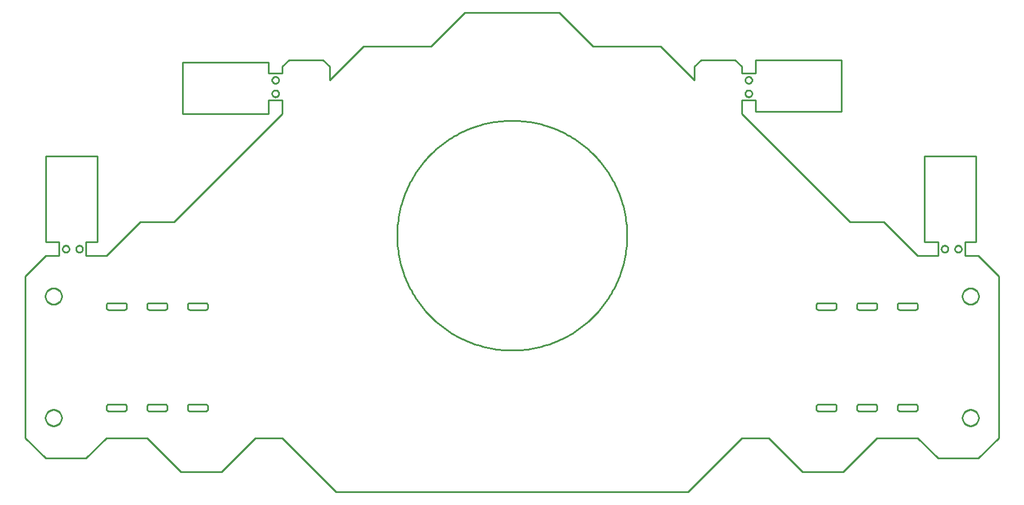
<source format=gbr>
G04 EAGLE Gerber RS-274X export*
G75*
%MOMM*%
%FSLAX34Y34*%
%LPD*%
%IN*%
%IPPOS*%
%AMOC8*
5,1,8,0,0,1.08239X$1,22.5*%
G01*
%ADD10C,0.254000*%


D10*
X-720000Y-300000D02*
X-690000Y-330000D01*
X-630000Y-330000D01*
X-600000Y-300000D01*
X-540000Y-300000D01*
X-490000Y-350000D01*
X-430000Y-350000D01*
X-380000Y-300000D01*
X-340000Y-300000D01*
X-260000Y-380000D01*
X260000Y-380000D01*
X340000Y-300000D01*
X380000Y-300000D01*
X430000Y-350000D01*
X490000Y-350000D01*
X540000Y-300000D01*
X600000Y-300000D01*
X630000Y-330000D01*
X690000Y-330000D01*
X720000Y-300000D01*
X720000Y-60000D01*
X690000Y-30000D01*
X670000Y-30000D01*
X670000Y-10000D01*
X686200Y-10000D01*
X686200Y117000D01*
X610000Y117000D01*
X610000Y-10000D01*
X630000Y-10000D01*
X630000Y-30000D01*
X600000Y-30000D01*
X550000Y20000D01*
X500000Y20000D01*
X340000Y180000D01*
X340000Y200000D01*
X360000Y200000D01*
X360000Y183800D01*
X487000Y183800D01*
X487000Y260000D01*
X360000Y260000D01*
X360000Y240000D01*
X340000Y240000D01*
X340000Y250000D01*
X330000Y260000D01*
X280000Y260000D01*
X270000Y250000D01*
X270000Y230000D01*
X220000Y280000D01*
X120000Y280000D01*
X70000Y330000D01*
X-70000Y330000D01*
X-120000Y280000D01*
X-220000Y280000D01*
X-270000Y230000D01*
X-270000Y250000D01*
X-280000Y260000D01*
X-330000Y260000D01*
X-340000Y250000D01*
X-340000Y240000D01*
X-360000Y240000D01*
X-360000Y256200D01*
X-487000Y256200D01*
X-487000Y180000D01*
X-360000Y180000D01*
X-360000Y200000D01*
X-340000Y200000D01*
X-340000Y180000D01*
X-500000Y20000D01*
X-550000Y20000D01*
X-600000Y-30000D01*
X-630000Y-30000D01*
X-630000Y-10000D01*
X-613800Y-10000D01*
X-613800Y117000D01*
X-690000Y117000D01*
X-690000Y-10000D01*
X-670000Y-10000D01*
X-670000Y-30000D01*
X-690000Y-30000D01*
X-720000Y-60000D01*
X-720000Y-300000D01*
X510000Y-256825D02*
X510012Y-257102D01*
X510048Y-257376D01*
X510108Y-257647D01*
X510191Y-257911D01*
X510297Y-258167D01*
X510425Y-258413D01*
X510574Y-258646D01*
X510743Y-258866D01*
X510930Y-259070D01*
X511134Y-259257D01*
X511354Y-259426D01*
X511588Y-259575D01*
X511833Y-259703D01*
X512089Y-259809D01*
X512353Y-259892D01*
X512624Y-259952D01*
X512898Y-259988D01*
X513175Y-260000D01*
X536825Y-260000D01*
X537102Y-259988D01*
X537376Y-259952D01*
X537647Y-259892D01*
X537911Y-259809D01*
X538167Y-259703D01*
X538413Y-259575D01*
X538646Y-259426D01*
X538866Y-259257D01*
X539070Y-259070D01*
X539257Y-258866D01*
X539426Y-258646D01*
X539575Y-258413D01*
X539703Y-258167D01*
X539809Y-257911D01*
X539892Y-257647D01*
X539952Y-257376D01*
X539988Y-257102D01*
X540000Y-256825D01*
X540000Y-253175D01*
X539988Y-252898D01*
X539952Y-252624D01*
X539892Y-252353D01*
X539809Y-252089D01*
X539703Y-251833D01*
X539575Y-251588D01*
X539426Y-251354D01*
X539257Y-251134D01*
X539070Y-250930D01*
X538866Y-250743D01*
X538646Y-250574D01*
X538413Y-250425D01*
X538167Y-250297D01*
X537911Y-250191D01*
X537647Y-250108D01*
X537376Y-250048D01*
X537102Y-250012D01*
X536825Y-250000D01*
X513175Y-250000D01*
X512898Y-250012D01*
X512624Y-250048D01*
X512353Y-250108D01*
X512089Y-250191D01*
X511833Y-250297D01*
X511588Y-250425D01*
X511354Y-250574D01*
X511134Y-250743D01*
X510930Y-250930D01*
X510743Y-251134D01*
X510574Y-251354D01*
X510425Y-251588D01*
X510297Y-251833D01*
X510191Y-252089D01*
X510108Y-252353D01*
X510048Y-252624D01*
X510012Y-252898D01*
X510000Y-253175D01*
X510000Y-256825D01*
X510000Y-106825D02*
X510012Y-107102D01*
X510048Y-107376D01*
X510108Y-107647D01*
X510191Y-107911D01*
X510297Y-108167D01*
X510425Y-108413D01*
X510574Y-108646D01*
X510743Y-108866D01*
X510930Y-109070D01*
X511134Y-109257D01*
X511354Y-109426D01*
X511588Y-109575D01*
X511833Y-109703D01*
X512089Y-109809D01*
X512353Y-109892D01*
X512624Y-109952D01*
X512898Y-109988D01*
X513175Y-110000D01*
X536825Y-110000D01*
X537102Y-109988D01*
X537376Y-109952D01*
X537647Y-109892D01*
X537911Y-109809D01*
X538167Y-109703D01*
X538413Y-109575D01*
X538646Y-109426D01*
X538866Y-109257D01*
X539070Y-109070D01*
X539257Y-108866D01*
X539426Y-108646D01*
X539575Y-108413D01*
X539703Y-108167D01*
X539809Y-107911D01*
X539892Y-107647D01*
X539952Y-107376D01*
X539988Y-107102D01*
X540000Y-106825D01*
X540000Y-103175D01*
X539988Y-102898D01*
X539952Y-102624D01*
X539892Y-102353D01*
X539809Y-102089D01*
X539703Y-101833D01*
X539575Y-101588D01*
X539426Y-101354D01*
X539257Y-101134D01*
X539070Y-100930D01*
X538866Y-100743D01*
X538646Y-100574D01*
X538413Y-100425D01*
X538167Y-100297D01*
X537911Y-100191D01*
X537647Y-100108D01*
X537376Y-100048D01*
X537102Y-100012D01*
X536825Y-100000D01*
X513175Y-100000D01*
X512898Y-100012D01*
X512624Y-100048D01*
X512353Y-100108D01*
X512089Y-100191D01*
X511833Y-100297D01*
X511588Y-100425D01*
X511354Y-100574D01*
X511134Y-100743D01*
X510930Y-100930D01*
X510743Y-101134D01*
X510574Y-101354D01*
X510425Y-101588D01*
X510297Y-101833D01*
X510191Y-102089D01*
X510108Y-102353D01*
X510048Y-102624D01*
X510012Y-102898D01*
X510000Y-103175D01*
X510000Y-106825D01*
X570000Y-106825D02*
X570012Y-107102D01*
X570048Y-107376D01*
X570108Y-107647D01*
X570191Y-107911D01*
X570297Y-108167D01*
X570425Y-108413D01*
X570574Y-108646D01*
X570743Y-108866D01*
X570930Y-109070D01*
X571134Y-109257D01*
X571354Y-109426D01*
X571588Y-109575D01*
X571833Y-109703D01*
X572089Y-109809D01*
X572353Y-109892D01*
X572624Y-109952D01*
X572898Y-109988D01*
X573175Y-110000D01*
X596825Y-110000D01*
X597102Y-109988D01*
X597376Y-109952D01*
X597647Y-109892D01*
X597911Y-109809D01*
X598167Y-109703D01*
X598413Y-109575D01*
X598646Y-109426D01*
X598866Y-109257D01*
X599070Y-109070D01*
X599257Y-108866D01*
X599426Y-108646D01*
X599575Y-108413D01*
X599703Y-108167D01*
X599809Y-107911D01*
X599892Y-107647D01*
X599952Y-107376D01*
X599988Y-107102D01*
X600000Y-106825D01*
X600000Y-103175D01*
X599988Y-102898D01*
X599952Y-102624D01*
X599892Y-102353D01*
X599809Y-102089D01*
X599703Y-101833D01*
X599575Y-101588D01*
X599426Y-101354D01*
X599257Y-101134D01*
X599070Y-100930D01*
X598866Y-100743D01*
X598646Y-100574D01*
X598413Y-100425D01*
X598167Y-100297D01*
X597911Y-100191D01*
X597647Y-100108D01*
X597376Y-100048D01*
X597102Y-100012D01*
X596825Y-100000D01*
X573175Y-100000D01*
X572898Y-100012D01*
X572624Y-100048D01*
X572353Y-100108D01*
X572089Y-100191D01*
X571833Y-100297D01*
X571588Y-100425D01*
X571354Y-100574D01*
X571134Y-100743D01*
X570930Y-100930D01*
X570743Y-101134D01*
X570574Y-101354D01*
X570425Y-101588D01*
X570297Y-101833D01*
X570191Y-102089D01*
X570108Y-102353D01*
X570048Y-102624D01*
X570012Y-102898D01*
X570000Y-103175D01*
X570000Y-106825D01*
X570000Y-256825D02*
X570012Y-257102D01*
X570048Y-257376D01*
X570108Y-257647D01*
X570191Y-257911D01*
X570297Y-258167D01*
X570425Y-258413D01*
X570574Y-258646D01*
X570743Y-258866D01*
X570930Y-259070D01*
X571134Y-259257D01*
X571354Y-259426D01*
X571588Y-259575D01*
X571833Y-259703D01*
X572089Y-259809D01*
X572353Y-259892D01*
X572624Y-259952D01*
X572898Y-259988D01*
X573175Y-260000D01*
X596825Y-260000D01*
X597102Y-259988D01*
X597376Y-259952D01*
X597647Y-259892D01*
X597911Y-259809D01*
X598167Y-259703D01*
X598413Y-259575D01*
X598646Y-259426D01*
X598866Y-259257D01*
X599070Y-259070D01*
X599257Y-258866D01*
X599426Y-258646D01*
X599575Y-258413D01*
X599703Y-258167D01*
X599809Y-257911D01*
X599892Y-257647D01*
X599952Y-257376D01*
X599988Y-257102D01*
X600000Y-256825D01*
X600000Y-253175D01*
X599988Y-252898D01*
X599952Y-252624D01*
X599892Y-252353D01*
X599809Y-252089D01*
X599703Y-251833D01*
X599575Y-251588D01*
X599426Y-251354D01*
X599257Y-251134D01*
X599070Y-250930D01*
X598866Y-250743D01*
X598646Y-250574D01*
X598413Y-250425D01*
X598167Y-250297D01*
X597911Y-250191D01*
X597647Y-250108D01*
X597376Y-250048D01*
X597102Y-250012D01*
X596825Y-250000D01*
X573175Y-250000D01*
X572898Y-250012D01*
X572624Y-250048D01*
X572353Y-250108D01*
X572089Y-250191D01*
X571833Y-250297D01*
X571588Y-250425D01*
X571354Y-250574D01*
X571134Y-250743D01*
X570930Y-250930D01*
X570743Y-251134D01*
X570574Y-251354D01*
X570425Y-251588D01*
X570297Y-251833D01*
X570191Y-252089D01*
X570108Y-252353D01*
X570048Y-252624D01*
X570012Y-252898D01*
X570000Y-253175D01*
X570000Y-256825D01*
X450000Y-256825D02*
X450012Y-257102D01*
X450048Y-257376D01*
X450108Y-257647D01*
X450191Y-257911D01*
X450297Y-258167D01*
X450425Y-258413D01*
X450574Y-258646D01*
X450743Y-258866D01*
X450930Y-259070D01*
X451134Y-259257D01*
X451354Y-259426D01*
X451588Y-259575D01*
X451833Y-259703D01*
X452089Y-259809D01*
X452353Y-259892D01*
X452624Y-259952D01*
X452898Y-259988D01*
X453175Y-260000D01*
X476825Y-260000D01*
X477102Y-259988D01*
X477376Y-259952D01*
X477647Y-259892D01*
X477911Y-259809D01*
X478167Y-259703D01*
X478413Y-259575D01*
X478646Y-259426D01*
X478866Y-259257D01*
X479070Y-259070D01*
X479257Y-258866D01*
X479426Y-258646D01*
X479575Y-258413D01*
X479703Y-258167D01*
X479809Y-257911D01*
X479892Y-257647D01*
X479952Y-257376D01*
X479988Y-257102D01*
X480000Y-256825D01*
X480000Y-253175D01*
X479988Y-252898D01*
X479952Y-252624D01*
X479892Y-252353D01*
X479809Y-252089D01*
X479703Y-251833D01*
X479575Y-251588D01*
X479426Y-251354D01*
X479257Y-251134D01*
X479070Y-250930D01*
X478866Y-250743D01*
X478646Y-250574D01*
X478413Y-250425D01*
X478167Y-250297D01*
X477911Y-250191D01*
X477647Y-250108D01*
X477376Y-250048D01*
X477102Y-250012D01*
X476825Y-250000D01*
X453175Y-250000D01*
X452898Y-250012D01*
X452624Y-250048D01*
X452353Y-250108D01*
X452089Y-250191D01*
X451833Y-250297D01*
X451588Y-250425D01*
X451354Y-250574D01*
X451134Y-250743D01*
X450930Y-250930D01*
X450743Y-251134D01*
X450574Y-251354D01*
X450425Y-251588D01*
X450297Y-251833D01*
X450191Y-252089D01*
X450108Y-252353D01*
X450048Y-252624D01*
X450012Y-252898D01*
X450000Y-253175D01*
X450000Y-256825D01*
X450000Y-106825D02*
X450012Y-107102D01*
X450048Y-107376D01*
X450108Y-107647D01*
X450191Y-107911D01*
X450297Y-108167D01*
X450425Y-108413D01*
X450574Y-108646D01*
X450743Y-108866D01*
X450930Y-109070D01*
X451134Y-109257D01*
X451354Y-109426D01*
X451588Y-109575D01*
X451833Y-109703D01*
X452089Y-109809D01*
X452353Y-109892D01*
X452624Y-109952D01*
X452898Y-109988D01*
X453175Y-110000D01*
X476825Y-110000D01*
X477102Y-109988D01*
X477376Y-109952D01*
X477647Y-109892D01*
X477911Y-109809D01*
X478167Y-109703D01*
X478413Y-109575D01*
X478646Y-109426D01*
X478866Y-109257D01*
X479070Y-109070D01*
X479257Y-108866D01*
X479426Y-108646D01*
X479575Y-108413D01*
X479703Y-108167D01*
X479809Y-107911D01*
X479892Y-107647D01*
X479952Y-107376D01*
X479988Y-107102D01*
X480000Y-106825D01*
X480000Y-103175D01*
X479988Y-102898D01*
X479952Y-102624D01*
X479892Y-102353D01*
X479809Y-102089D01*
X479703Y-101833D01*
X479575Y-101588D01*
X479426Y-101354D01*
X479257Y-101134D01*
X479070Y-100930D01*
X478866Y-100743D01*
X478646Y-100574D01*
X478413Y-100425D01*
X478167Y-100297D01*
X477911Y-100191D01*
X477647Y-100108D01*
X477376Y-100048D01*
X477102Y-100012D01*
X476825Y-100000D01*
X453175Y-100000D01*
X452898Y-100012D01*
X452624Y-100048D01*
X452353Y-100108D01*
X452089Y-100191D01*
X451833Y-100297D01*
X451588Y-100425D01*
X451354Y-100574D01*
X451134Y-100743D01*
X450930Y-100930D01*
X450743Y-101134D01*
X450574Y-101354D01*
X450425Y-101588D01*
X450297Y-101833D01*
X450191Y-102089D01*
X450108Y-102353D01*
X450048Y-102624D01*
X450012Y-102898D01*
X450000Y-103175D01*
X450000Y-106825D01*
X-540000Y-256825D02*
X-539988Y-257102D01*
X-539952Y-257376D01*
X-539892Y-257647D01*
X-539809Y-257911D01*
X-539703Y-258167D01*
X-539575Y-258413D01*
X-539426Y-258646D01*
X-539257Y-258866D01*
X-539070Y-259070D01*
X-538866Y-259257D01*
X-538646Y-259426D01*
X-538413Y-259575D01*
X-538167Y-259703D01*
X-537911Y-259809D01*
X-537647Y-259892D01*
X-537376Y-259952D01*
X-537102Y-259988D01*
X-536825Y-260000D01*
X-513175Y-260000D01*
X-512898Y-259988D01*
X-512624Y-259952D01*
X-512353Y-259892D01*
X-512089Y-259809D01*
X-511833Y-259703D01*
X-511588Y-259575D01*
X-511354Y-259426D01*
X-511134Y-259257D01*
X-510930Y-259070D01*
X-510743Y-258866D01*
X-510574Y-258646D01*
X-510425Y-258413D01*
X-510297Y-258167D01*
X-510191Y-257911D01*
X-510108Y-257647D01*
X-510048Y-257376D01*
X-510012Y-257102D01*
X-510000Y-256825D01*
X-510000Y-253175D01*
X-510012Y-252898D01*
X-510048Y-252624D01*
X-510108Y-252353D01*
X-510191Y-252089D01*
X-510297Y-251833D01*
X-510425Y-251588D01*
X-510574Y-251354D01*
X-510743Y-251134D01*
X-510930Y-250930D01*
X-511134Y-250743D01*
X-511354Y-250574D01*
X-511588Y-250425D01*
X-511833Y-250297D01*
X-512089Y-250191D01*
X-512353Y-250108D01*
X-512624Y-250048D01*
X-512898Y-250012D01*
X-513175Y-250000D01*
X-536825Y-250000D01*
X-537102Y-250012D01*
X-537376Y-250048D01*
X-537647Y-250108D01*
X-537911Y-250191D01*
X-538167Y-250297D01*
X-538413Y-250425D01*
X-538646Y-250574D01*
X-538866Y-250743D01*
X-539070Y-250930D01*
X-539257Y-251134D01*
X-539426Y-251354D01*
X-539575Y-251588D01*
X-539703Y-251833D01*
X-539809Y-252089D01*
X-539892Y-252353D01*
X-539952Y-252624D01*
X-539988Y-252898D01*
X-540000Y-253175D01*
X-540000Y-256825D01*
X-540000Y-106825D02*
X-539988Y-107102D01*
X-539952Y-107376D01*
X-539892Y-107647D01*
X-539809Y-107911D01*
X-539703Y-108167D01*
X-539575Y-108413D01*
X-539426Y-108646D01*
X-539257Y-108866D01*
X-539070Y-109070D01*
X-538866Y-109257D01*
X-538646Y-109426D01*
X-538413Y-109575D01*
X-538167Y-109703D01*
X-537911Y-109809D01*
X-537647Y-109892D01*
X-537376Y-109952D01*
X-537102Y-109988D01*
X-536825Y-110000D01*
X-513175Y-110000D01*
X-512898Y-109988D01*
X-512624Y-109952D01*
X-512353Y-109892D01*
X-512089Y-109809D01*
X-511833Y-109703D01*
X-511588Y-109575D01*
X-511354Y-109426D01*
X-511134Y-109257D01*
X-510930Y-109070D01*
X-510743Y-108866D01*
X-510574Y-108646D01*
X-510425Y-108413D01*
X-510297Y-108167D01*
X-510191Y-107911D01*
X-510108Y-107647D01*
X-510048Y-107376D01*
X-510012Y-107102D01*
X-510000Y-106825D01*
X-510000Y-103175D01*
X-510012Y-102898D01*
X-510048Y-102624D01*
X-510108Y-102353D01*
X-510191Y-102089D01*
X-510297Y-101833D01*
X-510425Y-101588D01*
X-510574Y-101354D01*
X-510743Y-101134D01*
X-510930Y-100930D01*
X-511134Y-100743D01*
X-511354Y-100574D01*
X-511588Y-100425D01*
X-511833Y-100297D01*
X-512089Y-100191D01*
X-512353Y-100108D01*
X-512624Y-100048D01*
X-512898Y-100012D01*
X-513175Y-100000D01*
X-536825Y-100000D01*
X-537102Y-100012D01*
X-537376Y-100048D01*
X-537647Y-100108D01*
X-537911Y-100191D01*
X-538167Y-100297D01*
X-538413Y-100425D01*
X-538646Y-100574D01*
X-538866Y-100743D01*
X-539070Y-100930D01*
X-539257Y-101134D01*
X-539426Y-101354D01*
X-539575Y-101588D01*
X-539703Y-101833D01*
X-539809Y-102089D01*
X-539892Y-102353D01*
X-539952Y-102624D01*
X-539988Y-102898D01*
X-540000Y-103175D01*
X-540000Y-106825D01*
X-480000Y-106825D02*
X-479988Y-107102D01*
X-479952Y-107376D01*
X-479892Y-107647D01*
X-479809Y-107911D01*
X-479703Y-108167D01*
X-479575Y-108413D01*
X-479426Y-108646D01*
X-479257Y-108866D01*
X-479070Y-109070D01*
X-478866Y-109257D01*
X-478646Y-109426D01*
X-478413Y-109575D01*
X-478167Y-109703D01*
X-477911Y-109809D01*
X-477647Y-109892D01*
X-477376Y-109952D01*
X-477102Y-109988D01*
X-476825Y-110000D01*
X-453175Y-110000D01*
X-452898Y-109988D01*
X-452624Y-109952D01*
X-452353Y-109892D01*
X-452089Y-109809D01*
X-451833Y-109703D01*
X-451588Y-109575D01*
X-451354Y-109426D01*
X-451134Y-109257D01*
X-450930Y-109070D01*
X-450743Y-108866D01*
X-450574Y-108646D01*
X-450425Y-108413D01*
X-450297Y-108167D01*
X-450191Y-107911D01*
X-450108Y-107647D01*
X-450048Y-107376D01*
X-450012Y-107102D01*
X-450000Y-106825D01*
X-450000Y-103175D01*
X-450012Y-102898D01*
X-450048Y-102624D01*
X-450108Y-102353D01*
X-450191Y-102089D01*
X-450297Y-101833D01*
X-450425Y-101588D01*
X-450574Y-101354D01*
X-450743Y-101134D01*
X-450930Y-100930D01*
X-451134Y-100743D01*
X-451354Y-100574D01*
X-451588Y-100425D01*
X-451833Y-100297D01*
X-452089Y-100191D01*
X-452353Y-100108D01*
X-452624Y-100048D01*
X-452898Y-100012D01*
X-453175Y-100000D01*
X-476825Y-100000D01*
X-477102Y-100012D01*
X-477376Y-100048D01*
X-477647Y-100108D01*
X-477911Y-100191D01*
X-478167Y-100297D01*
X-478413Y-100425D01*
X-478646Y-100574D01*
X-478866Y-100743D01*
X-479070Y-100930D01*
X-479257Y-101134D01*
X-479426Y-101354D01*
X-479575Y-101588D01*
X-479703Y-101833D01*
X-479809Y-102089D01*
X-479892Y-102353D01*
X-479952Y-102624D01*
X-479988Y-102898D01*
X-480000Y-103175D01*
X-480000Y-106825D01*
X-480000Y-256825D02*
X-479988Y-257102D01*
X-479952Y-257376D01*
X-479892Y-257647D01*
X-479809Y-257911D01*
X-479703Y-258167D01*
X-479575Y-258413D01*
X-479426Y-258646D01*
X-479257Y-258866D01*
X-479070Y-259070D01*
X-478866Y-259257D01*
X-478646Y-259426D01*
X-478413Y-259575D01*
X-478167Y-259703D01*
X-477911Y-259809D01*
X-477647Y-259892D01*
X-477376Y-259952D01*
X-477102Y-259988D01*
X-476825Y-260000D01*
X-453175Y-260000D01*
X-452898Y-259988D01*
X-452624Y-259952D01*
X-452353Y-259892D01*
X-452089Y-259809D01*
X-451833Y-259703D01*
X-451588Y-259575D01*
X-451354Y-259426D01*
X-451134Y-259257D01*
X-450930Y-259070D01*
X-450743Y-258866D01*
X-450574Y-258646D01*
X-450425Y-258413D01*
X-450297Y-258167D01*
X-450191Y-257911D01*
X-450108Y-257647D01*
X-450048Y-257376D01*
X-450012Y-257102D01*
X-450000Y-256825D01*
X-450000Y-253175D01*
X-450012Y-252898D01*
X-450048Y-252624D01*
X-450108Y-252353D01*
X-450191Y-252089D01*
X-450297Y-251833D01*
X-450425Y-251588D01*
X-450574Y-251354D01*
X-450743Y-251134D01*
X-450930Y-250930D01*
X-451134Y-250743D01*
X-451354Y-250574D01*
X-451588Y-250425D01*
X-451833Y-250297D01*
X-452089Y-250191D01*
X-452353Y-250108D01*
X-452624Y-250048D01*
X-452898Y-250012D01*
X-453175Y-250000D01*
X-476825Y-250000D01*
X-477102Y-250012D01*
X-477376Y-250048D01*
X-477647Y-250108D01*
X-477911Y-250191D01*
X-478167Y-250297D01*
X-478413Y-250425D01*
X-478646Y-250574D01*
X-478866Y-250743D01*
X-479070Y-250930D01*
X-479257Y-251134D01*
X-479426Y-251354D01*
X-479575Y-251588D01*
X-479703Y-251833D01*
X-479809Y-252089D01*
X-479892Y-252353D01*
X-479952Y-252624D01*
X-479988Y-252898D01*
X-480000Y-253175D01*
X-480000Y-256825D01*
X-600000Y-256825D02*
X-599988Y-257102D01*
X-599952Y-257376D01*
X-599892Y-257647D01*
X-599809Y-257911D01*
X-599703Y-258167D01*
X-599575Y-258413D01*
X-599426Y-258646D01*
X-599257Y-258866D01*
X-599070Y-259070D01*
X-598866Y-259257D01*
X-598646Y-259426D01*
X-598413Y-259575D01*
X-598167Y-259703D01*
X-597911Y-259809D01*
X-597647Y-259892D01*
X-597376Y-259952D01*
X-597102Y-259988D01*
X-596825Y-260000D01*
X-573175Y-260000D01*
X-572898Y-259988D01*
X-572624Y-259952D01*
X-572353Y-259892D01*
X-572089Y-259809D01*
X-571833Y-259703D01*
X-571588Y-259575D01*
X-571354Y-259426D01*
X-571134Y-259257D01*
X-570930Y-259070D01*
X-570743Y-258866D01*
X-570574Y-258646D01*
X-570425Y-258413D01*
X-570297Y-258167D01*
X-570191Y-257911D01*
X-570108Y-257647D01*
X-570048Y-257376D01*
X-570012Y-257102D01*
X-570000Y-256825D01*
X-570000Y-253175D01*
X-570012Y-252898D01*
X-570048Y-252624D01*
X-570108Y-252353D01*
X-570191Y-252089D01*
X-570297Y-251833D01*
X-570425Y-251588D01*
X-570574Y-251354D01*
X-570743Y-251134D01*
X-570930Y-250930D01*
X-571134Y-250743D01*
X-571354Y-250574D01*
X-571588Y-250425D01*
X-571833Y-250297D01*
X-572089Y-250191D01*
X-572353Y-250108D01*
X-572624Y-250048D01*
X-572898Y-250012D01*
X-573175Y-250000D01*
X-596825Y-250000D01*
X-597102Y-250012D01*
X-597376Y-250048D01*
X-597647Y-250108D01*
X-597911Y-250191D01*
X-598167Y-250297D01*
X-598413Y-250425D01*
X-598646Y-250574D01*
X-598866Y-250743D01*
X-599070Y-250930D01*
X-599257Y-251134D01*
X-599426Y-251354D01*
X-599575Y-251588D01*
X-599703Y-251833D01*
X-599809Y-252089D01*
X-599892Y-252353D01*
X-599952Y-252624D01*
X-599988Y-252898D01*
X-600000Y-253175D01*
X-600000Y-256825D01*
X-600000Y-106825D02*
X-599988Y-107102D01*
X-599952Y-107376D01*
X-599892Y-107647D01*
X-599809Y-107911D01*
X-599703Y-108167D01*
X-599575Y-108413D01*
X-599426Y-108646D01*
X-599257Y-108866D01*
X-599070Y-109070D01*
X-598866Y-109257D01*
X-598646Y-109426D01*
X-598413Y-109575D01*
X-598167Y-109703D01*
X-597911Y-109809D01*
X-597647Y-109892D01*
X-597376Y-109952D01*
X-597102Y-109988D01*
X-596825Y-110000D01*
X-573175Y-110000D01*
X-572898Y-109988D01*
X-572624Y-109952D01*
X-572353Y-109892D01*
X-572089Y-109809D01*
X-571833Y-109703D01*
X-571588Y-109575D01*
X-571354Y-109426D01*
X-571134Y-109257D01*
X-570930Y-109070D01*
X-570743Y-108866D01*
X-570574Y-108646D01*
X-570425Y-108413D01*
X-570297Y-108167D01*
X-570191Y-107911D01*
X-570108Y-107647D01*
X-570048Y-107376D01*
X-570012Y-107102D01*
X-570000Y-106825D01*
X-570000Y-103175D01*
X-570012Y-102898D01*
X-570048Y-102624D01*
X-570108Y-102353D01*
X-570191Y-102089D01*
X-570297Y-101833D01*
X-570425Y-101588D01*
X-570574Y-101354D01*
X-570743Y-101134D01*
X-570930Y-100930D01*
X-571134Y-100743D01*
X-571354Y-100574D01*
X-571588Y-100425D01*
X-571833Y-100297D01*
X-572089Y-100191D01*
X-572353Y-100108D01*
X-572624Y-100048D01*
X-572898Y-100012D01*
X-573175Y-100000D01*
X-596825Y-100000D01*
X-597102Y-100012D01*
X-597376Y-100048D01*
X-597647Y-100108D01*
X-597911Y-100191D01*
X-598167Y-100297D01*
X-598413Y-100425D01*
X-598646Y-100574D01*
X-598866Y-100743D01*
X-599070Y-100930D01*
X-599257Y-101134D01*
X-599426Y-101354D01*
X-599575Y-101588D01*
X-599703Y-101833D01*
X-599809Y-102089D01*
X-599892Y-102353D01*
X-599952Y-102624D01*
X-599988Y-102898D01*
X-600000Y-103175D01*
X-600000Y-106825D01*
X170000Y-2086D02*
X170000Y2086D01*
X169898Y6258D01*
X169693Y10425D01*
X169386Y14587D01*
X168977Y18739D01*
X168466Y22880D01*
X167854Y27008D01*
X167141Y31119D01*
X166326Y35212D01*
X165412Y39283D01*
X164398Y43330D01*
X163285Y47352D01*
X162074Y51345D01*
X160765Y55307D01*
X159360Y59236D01*
X157858Y63129D01*
X156261Y66984D01*
X154570Y70798D01*
X152786Y74570D01*
X150910Y78297D01*
X148943Y81977D01*
X146886Y85608D01*
X144741Y89187D01*
X142509Y92712D01*
X140191Y96182D01*
X137788Y99593D01*
X135302Y102945D01*
X132735Y106234D01*
X130088Y109460D01*
X127363Y112619D01*
X124561Y115711D01*
X121683Y118733D01*
X118733Y121683D01*
X115711Y124561D01*
X112619Y127363D01*
X109460Y130088D01*
X106234Y132735D01*
X102945Y135302D01*
X99593Y137788D01*
X96182Y140191D01*
X92712Y142509D01*
X89187Y144741D01*
X85608Y146886D01*
X81977Y148943D01*
X78297Y150910D01*
X74570Y152786D01*
X70798Y154570D01*
X66984Y156261D01*
X63129Y157858D01*
X59236Y159360D01*
X55307Y160765D01*
X51345Y162074D01*
X47352Y163285D01*
X43330Y164398D01*
X39283Y165412D01*
X35212Y166326D01*
X31119Y167141D01*
X27008Y167854D01*
X22880Y168466D01*
X18739Y168977D01*
X14587Y169386D01*
X10425Y169693D01*
X6258Y169898D01*
X2086Y170000D01*
X-2086Y170000D01*
X-6258Y169898D01*
X-10425Y169693D01*
X-14587Y169386D01*
X-18739Y168977D01*
X-22880Y168466D01*
X-27008Y167854D01*
X-31119Y167141D01*
X-35212Y166326D01*
X-39283Y165412D01*
X-43330Y164398D01*
X-47352Y163285D01*
X-51345Y162074D01*
X-55307Y160765D01*
X-59236Y159360D01*
X-63129Y157858D01*
X-66984Y156261D01*
X-70798Y154570D01*
X-74570Y152786D01*
X-78297Y150910D01*
X-81977Y148943D01*
X-85608Y146886D01*
X-89187Y144741D01*
X-92712Y142509D01*
X-96182Y140191D01*
X-99593Y137788D01*
X-102945Y135302D01*
X-106234Y132735D01*
X-109460Y130088D01*
X-112619Y127363D01*
X-115711Y124561D01*
X-118733Y121683D01*
X-121683Y118733D01*
X-124561Y115711D01*
X-127363Y112619D01*
X-130088Y109460D01*
X-132735Y106234D01*
X-135302Y102945D01*
X-137788Y99593D01*
X-140191Y96182D01*
X-142509Y92712D01*
X-144741Y89187D01*
X-146886Y85608D01*
X-148943Y81977D01*
X-150910Y78297D01*
X-152786Y74570D01*
X-154570Y70798D01*
X-156261Y66984D01*
X-157858Y63129D01*
X-159360Y59236D01*
X-160765Y55307D01*
X-162074Y51345D01*
X-163285Y47352D01*
X-164398Y43330D01*
X-165412Y39283D01*
X-166326Y35212D01*
X-167141Y31119D01*
X-167854Y27008D01*
X-168466Y22880D01*
X-168977Y18739D01*
X-169386Y14587D01*
X-169693Y10425D01*
X-169898Y6258D01*
X-170000Y2086D01*
X-170000Y-2086D01*
X-169898Y-6258D01*
X-169693Y-10425D01*
X-169386Y-14587D01*
X-168977Y-18739D01*
X-168466Y-22880D01*
X-167854Y-27008D01*
X-167141Y-31119D01*
X-166326Y-35212D01*
X-165412Y-39283D01*
X-164398Y-43330D01*
X-163285Y-47352D01*
X-162074Y-51345D01*
X-160765Y-55307D01*
X-159360Y-59236D01*
X-157858Y-63129D01*
X-156261Y-66984D01*
X-154570Y-70798D01*
X-152786Y-74570D01*
X-150910Y-78297D01*
X-148943Y-81977D01*
X-146886Y-85608D01*
X-144741Y-89187D01*
X-142509Y-92712D01*
X-140191Y-96182D01*
X-137788Y-99593D01*
X-135302Y-102945D01*
X-132735Y-106234D01*
X-130088Y-109460D01*
X-127363Y-112619D01*
X-124561Y-115711D01*
X-121683Y-118733D01*
X-118733Y-121683D01*
X-115711Y-124561D01*
X-112619Y-127363D01*
X-109460Y-130088D01*
X-106234Y-132735D01*
X-102945Y-135302D01*
X-99593Y-137788D01*
X-96182Y-140191D01*
X-92712Y-142509D01*
X-89187Y-144741D01*
X-85608Y-146886D01*
X-81977Y-148943D01*
X-78297Y-150910D01*
X-74570Y-152786D01*
X-70798Y-154570D01*
X-66984Y-156261D01*
X-63129Y-157858D01*
X-59236Y-159360D01*
X-55307Y-160765D01*
X-51345Y-162074D01*
X-47352Y-163285D01*
X-43330Y-164398D01*
X-39283Y-165412D01*
X-35212Y-166326D01*
X-31119Y-167141D01*
X-27008Y-167854D01*
X-22880Y-168466D01*
X-18739Y-168977D01*
X-14587Y-169386D01*
X-10425Y-169693D01*
X-6258Y-169898D01*
X-2086Y-170000D01*
X2086Y-170000D01*
X6258Y-169898D01*
X10425Y-169693D01*
X14587Y-169386D01*
X18739Y-168977D01*
X22880Y-168466D01*
X27008Y-167854D01*
X31119Y-167141D01*
X35212Y-166326D01*
X39283Y-165412D01*
X43330Y-164398D01*
X47352Y-163285D01*
X51345Y-162074D01*
X55307Y-160765D01*
X59236Y-159360D01*
X63129Y-157858D01*
X66984Y-156261D01*
X70798Y-154570D01*
X74570Y-152786D01*
X78297Y-150910D01*
X81977Y-148943D01*
X85608Y-146886D01*
X89187Y-144741D01*
X92712Y-142509D01*
X96182Y-140191D01*
X99593Y-137788D01*
X102945Y-135302D01*
X106234Y-132735D01*
X109460Y-130088D01*
X112619Y-127363D01*
X115711Y-124561D01*
X118733Y-121683D01*
X121683Y-118733D01*
X124561Y-115711D01*
X127363Y-112619D01*
X130088Y-109460D01*
X132735Y-106234D01*
X135302Y-102945D01*
X137788Y-99593D01*
X140191Y-96182D01*
X142509Y-92712D01*
X144741Y-89187D01*
X146886Y-85608D01*
X148943Y-81977D01*
X150910Y-78297D01*
X152786Y-74570D01*
X154570Y-70798D01*
X156261Y-66984D01*
X157858Y-63129D01*
X159360Y-59236D01*
X160765Y-55307D01*
X162074Y-51345D01*
X163285Y-47352D01*
X164398Y-43330D01*
X165412Y-39283D01*
X166326Y-35212D01*
X167141Y-31119D01*
X167854Y-27008D01*
X168466Y-22880D01*
X168977Y-18739D01*
X169386Y-14587D01*
X169693Y-10425D01*
X169898Y-6258D01*
X170000Y-2086D01*
X-345000Y209719D02*
X-345063Y209161D01*
X-345188Y208614D01*
X-345373Y208084D01*
X-345617Y207578D01*
X-345916Y207102D01*
X-346266Y206663D01*
X-346663Y206266D01*
X-347102Y205916D01*
X-347578Y205617D01*
X-348084Y205373D01*
X-348614Y205188D01*
X-349161Y205063D01*
X-349719Y205000D01*
X-350281Y205000D01*
X-350839Y205063D01*
X-351386Y205188D01*
X-351916Y205373D01*
X-352422Y205617D01*
X-352898Y205916D01*
X-353337Y206266D01*
X-353734Y206663D01*
X-354084Y207102D01*
X-354383Y207578D01*
X-354627Y208084D01*
X-354812Y208614D01*
X-354937Y209161D01*
X-355000Y209719D01*
X-355000Y210281D01*
X-354937Y210839D01*
X-354812Y211386D01*
X-354627Y211916D01*
X-354383Y212422D01*
X-354084Y212898D01*
X-353734Y213337D01*
X-353337Y213734D01*
X-352898Y214084D01*
X-352422Y214383D01*
X-351916Y214627D01*
X-351386Y214812D01*
X-350839Y214937D01*
X-350281Y215000D01*
X-349719Y215000D01*
X-349161Y214937D01*
X-348614Y214812D01*
X-348084Y214627D01*
X-347578Y214383D01*
X-347102Y214084D01*
X-346663Y213734D01*
X-346266Y213337D01*
X-345916Y212898D01*
X-345617Y212422D01*
X-345373Y211916D01*
X-345188Y211386D01*
X-345063Y210839D01*
X-345000Y210281D01*
X-345000Y209719D01*
X-345000Y229719D02*
X-345063Y229161D01*
X-345188Y228614D01*
X-345373Y228084D01*
X-345617Y227578D01*
X-345916Y227102D01*
X-346266Y226663D01*
X-346663Y226266D01*
X-347102Y225916D01*
X-347578Y225617D01*
X-348084Y225373D01*
X-348614Y225188D01*
X-349161Y225063D01*
X-349719Y225000D01*
X-350281Y225000D01*
X-350839Y225063D01*
X-351386Y225188D01*
X-351916Y225373D01*
X-352422Y225617D01*
X-352898Y225916D01*
X-353337Y226266D01*
X-353734Y226663D01*
X-354084Y227102D01*
X-354383Y227578D01*
X-354627Y228084D01*
X-354812Y228614D01*
X-354937Y229161D01*
X-355000Y229719D01*
X-355000Y230281D01*
X-354937Y230839D01*
X-354812Y231386D01*
X-354627Y231916D01*
X-354383Y232422D01*
X-354084Y232898D01*
X-353734Y233337D01*
X-353337Y233734D01*
X-352898Y234084D01*
X-352422Y234383D01*
X-351916Y234627D01*
X-351386Y234812D01*
X-350839Y234937D01*
X-350281Y235000D01*
X-349719Y235000D01*
X-349161Y234937D01*
X-348614Y234812D01*
X-348084Y234627D01*
X-347578Y234383D01*
X-347102Y234084D01*
X-346663Y233734D01*
X-346266Y233337D01*
X-345916Y232898D01*
X-345617Y232422D01*
X-345373Y231916D01*
X-345188Y231386D01*
X-345063Y230839D01*
X-345000Y230281D01*
X-345000Y229719D01*
X-655000Y-20281D02*
X-655063Y-20839D01*
X-655188Y-21386D01*
X-655373Y-21916D01*
X-655617Y-22422D01*
X-655916Y-22898D01*
X-656266Y-23337D01*
X-656663Y-23734D01*
X-657102Y-24084D01*
X-657578Y-24383D01*
X-658084Y-24627D01*
X-658614Y-24812D01*
X-659161Y-24937D01*
X-659719Y-25000D01*
X-660281Y-25000D01*
X-660839Y-24937D01*
X-661386Y-24812D01*
X-661916Y-24627D01*
X-662422Y-24383D01*
X-662898Y-24084D01*
X-663337Y-23734D01*
X-663734Y-23337D01*
X-664084Y-22898D01*
X-664383Y-22422D01*
X-664627Y-21916D01*
X-664812Y-21386D01*
X-664937Y-20839D01*
X-665000Y-20281D01*
X-665000Y-19719D01*
X-664937Y-19161D01*
X-664812Y-18614D01*
X-664627Y-18084D01*
X-664383Y-17578D01*
X-664084Y-17102D01*
X-663734Y-16663D01*
X-663337Y-16266D01*
X-662898Y-15916D01*
X-662422Y-15617D01*
X-661916Y-15373D01*
X-661386Y-15188D01*
X-660839Y-15063D01*
X-660281Y-15000D01*
X-659719Y-15000D01*
X-659161Y-15063D01*
X-658614Y-15188D01*
X-658084Y-15373D01*
X-657578Y-15617D01*
X-657102Y-15916D01*
X-656663Y-16266D01*
X-656266Y-16663D01*
X-655916Y-17102D01*
X-655617Y-17578D01*
X-655373Y-18084D01*
X-655188Y-18614D01*
X-655063Y-19161D01*
X-655000Y-19719D01*
X-655000Y-20281D01*
X-635000Y-20281D02*
X-635063Y-20839D01*
X-635188Y-21386D01*
X-635373Y-21916D01*
X-635617Y-22422D01*
X-635916Y-22898D01*
X-636266Y-23337D01*
X-636663Y-23734D01*
X-637102Y-24084D01*
X-637578Y-24383D01*
X-638084Y-24627D01*
X-638614Y-24812D01*
X-639161Y-24937D01*
X-639719Y-25000D01*
X-640281Y-25000D01*
X-640839Y-24937D01*
X-641386Y-24812D01*
X-641916Y-24627D01*
X-642422Y-24383D01*
X-642898Y-24084D01*
X-643337Y-23734D01*
X-643734Y-23337D01*
X-644084Y-22898D01*
X-644383Y-22422D01*
X-644627Y-21916D01*
X-644812Y-21386D01*
X-644937Y-20839D01*
X-645000Y-20281D01*
X-645000Y-19719D01*
X-644937Y-19161D01*
X-644812Y-18614D01*
X-644627Y-18084D01*
X-644383Y-17578D01*
X-644084Y-17102D01*
X-643734Y-16663D01*
X-643337Y-16266D01*
X-642898Y-15916D01*
X-642422Y-15617D01*
X-641916Y-15373D01*
X-641386Y-15188D01*
X-640839Y-15063D01*
X-640281Y-15000D01*
X-639719Y-15000D01*
X-639161Y-15063D01*
X-638614Y-15188D01*
X-638084Y-15373D01*
X-637578Y-15617D01*
X-637102Y-15916D01*
X-636663Y-16266D01*
X-636266Y-16663D01*
X-635916Y-17102D01*
X-635617Y-17578D01*
X-635373Y-18084D01*
X-635188Y-18614D01*
X-635063Y-19161D01*
X-635000Y-19719D01*
X-635000Y-20281D01*
X355000Y229719D02*
X354937Y229161D01*
X354812Y228614D01*
X354627Y228084D01*
X354383Y227578D01*
X354084Y227102D01*
X353734Y226663D01*
X353337Y226266D01*
X352898Y225916D01*
X352422Y225617D01*
X351916Y225373D01*
X351386Y225188D01*
X350839Y225063D01*
X350281Y225000D01*
X349719Y225000D01*
X349161Y225063D01*
X348614Y225188D01*
X348084Y225373D01*
X347578Y225617D01*
X347102Y225916D01*
X346663Y226266D01*
X346266Y226663D01*
X345916Y227102D01*
X345617Y227578D01*
X345373Y228084D01*
X345188Y228614D01*
X345063Y229161D01*
X345000Y229719D01*
X345000Y230281D01*
X345063Y230839D01*
X345188Y231386D01*
X345373Y231916D01*
X345617Y232422D01*
X345916Y232898D01*
X346266Y233337D01*
X346663Y233734D01*
X347102Y234084D01*
X347578Y234383D01*
X348084Y234627D01*
X348614Y234812D01*
X349161Y234937D01*
X349719Y235000D01*
X350281Y235000D01*
X350839Y234937D01*
X351386Y234812D01*
X351916Y234627D01*
X352422Y234383D01*
X352898Y234084D01*
X353337Y233734D01*
X353734Y233337D01*
X354084Y232898D01*
X354383Y232422D01*
X354627Y231916D01*
X354812Y231386D01*
X354937Y230839D01*
X355000Y230281D01*
X355000Y229719D01*
X355000Y209719D02*
X354937Y209161D01*
X354812Y208614D01*
X354627Y208084D01*
X354383Y207578D01*
X354084Y207102D01*
X353734Y206663D01*
X353337Y206266D01*
X352898Y205916D01*
X352422Y205617D01*
X351916Y205373D01*
X351386Y205188D01*
X350839Y205063D01*
X350281Y205000D01*
X349719Y205000D01*
X349161Y205063D01*
X348614Y205188D01*
X348084Y205373D01*
X347578Y205617D01*
X347102Y205916D01*
X346663Y206266D01*
X346266Y206663D01*
X345916Y207102D01*
X345617Y207578D01*
X345373Y208084D01*
X345188Y208614D01*
X345063Y209161D01*
X345000Y209719D01*
X345000Y210281D01*
X345063Y210839D01*
X345188Y211386D01*
X345373Y211916D01*
X345617Y212422D01*
X345916Y212898D01*
X346266Y213337D01*
X346663Y213734D01*
X347102Y214084D01*
X347578Y214383D01*
X348084Y214627D01*
X348614Y214812D01*
X349161Y214937D01*
X349719Y215000D01*
X350281Y215000D01*
X350839Y214937D01*
X351386Y214812D01*
X351916Y214627D01*
X352422Y214383D01*
X352898Y214084D01*
X353337Y213734D01*
X353734Y213337D01*
X354084Y212898D01*
X354383Y212422D01*
X354627Y211916D01*
X354812Y211386D01*
X354937Y210839D01*
X355000Y210281D01*
X355000Y209719D01*
X645000Y-20281D02*
X644937Y-20839D01*
X644812Y-21386D01*
X644627Y-21916D01*
X644383Y-22422D01*
X644084Y-22898D01*
X643734Y-23337D01*
X643337Y-23734D01*
X642898Y-24084D01*
X642422Y-24383D01*
X641916Y-24627D01*
X641386Y-24812D01*
X640839Y-24937D01*
X640281Y-25000D01*
X639719Y-25000D01*
X639161Y-24937D01*
X638614Y-24812D01*
X638084Y-24627D01*
X637578Y-24383D01*
X637102Y-24084D01*
X636663Y-23734D01*
X636266Y-23337D01*
X635916Y-22898D01*
X635617Y-22422D01*
X635373Y-21916D01*
X635188Y-21386D01*
X635063Y-20839D01*
X635000Y-20281D01*
X635000Y-19719D01*
X635063Y-19161D01*
X635188Y-18614D01*
X635373Y-18084D01*
X635617Y-17578D01*
X635916Y-17102D01*
X636266Y-16663D01*
X636663Y-16266D01*
X637102Y-15916D01*
X637578Y-15617D01*
X638084Y-15373D01*
X638614Y-15188D01*
X639161Y-15063D01*
X639719Y-15000D01*
X640281Y-15000D01*
X640839Y-15063D01*
X641386Y-15188D01*
X641916Y-15373D01*
X642422Y-15617D01*
X642898Y-15916D01*
X643337Y-16266D01*
X643734Y-16663D01*
X644084Y-17102D01*
X644383Y-17578D01*
X644627Y-18084D01*
X644812Y-18614D01*
X644937Y-19161D01*
X645000Y-19719D01*
X645000Y-20281D01*
X665000Y-20281D02*
X664937Y-20839D01*
X664812Y-21386D01*
X664627Y-21916D01*
X664383Y-22422D01*
X664084Y-22898D01*
X663734Y-23337D01*
X663337Y-23734D01*
X662898Y-24084D01*
X662422Y-24383D01*
X661916Y-24627D01*
X661386Y-24812D01*
X660839Y-24937D01*
X660281Y-25000D01*
X659719Y-25000D01*
X659161Y-24937D01*
X658614Y-24812D01*
X658084Y-24627D01*
X657578Y-24383D01*
X657102Y-24084D01*
X656663Y-23734D01*
X656266Y-23337D01*
X655916Y-22898D01*
X655617Y-22422D01*
X655373Y-21916D01*
X655188Y-21386D01*
X655063Y-20839D01*
X655000Y-20281D01*
X655000Y-19719D01*
X655063Y-19161D01*
X655188Y-18614D01*
X655373Y-18084D01*
X655617Y-17578D01*
X655916Y-17102D01*
X656266Y-16663D01*
X656663Y-16266D01*
X657102Y-15916D01*
X657578Y-15617D01*
X658084Y-15373D01*
X658614Y-15188D01*
X659161Y-15063D01*
X659719Y-15000D01*
X660281Y-15000D01*
X660839Y-15063D01*
X661386Y-15188D01*
X661916Y-15373D01*
X662422Y-15617D01*
X662898Y-15916D01*
X663337Y-16266D01*
X663734Y-16663D01*
X664084Y-17102D01*
X664383Y-17578D01*
X664627Y-18084D01*
X664812Y-18614D01*
X664937Y-19161D01*
X665000Y-19719D01*
X665000Y-20281D01*
X-677729Y-258000D02*
X-676788Y-258074D01*
X-675857Y-258222D01*
X-674940Y-258442D01*
X-674043Y-258733D01*
X-673172Y-259094D01*
X-672332Y-259522D01*
X-671528Y-260015D01*
X-670765Y-260569D01*
X-670048Y-261181D01*
X-669381Y-261848D01*
X-668769Y-262565D01*
X-668215Y-263328D01*
X-667722Y-264132D01*
X-667294Y-264972D01*
X-666933Y-265843D01*
X-666642Y-266740D01*
X-666422Y-267657D01*
X-666274Y-268588D01*
X-666200Y-269529D01*
X-666200Y-270471D01*
X-666274Y-271412D01*
X-666422Y-272343D01*
X-666642Y-273260D01*
X-666933Y-274157D01*
X-667294Y-275028D01*
X-667722Y-275868D01*
X-668215Y-276672D01*
X-668769Y-277435D01*
X-669381Y-278152D01*
X-670048Y-278819D01*
X-670765Y-279431D01*
X-671528Y-279985D01*
X-672332Y-280478D01*
X-673172Y-280906D01*
X-674043Y-281267D01*
X-674940Y-281558D01*
X-675857Y-281779D01*
X-676788Y-281926D01*
X-677729Y-282000D01*
X-678671Y-282000D01*
X-679612Y-281926D01*
X-680543Y-281779D01*
X-681460Y-281558D01*
X-682357Y-281267D01*
X-683228Y-280906D01*
X-684068Y-280478D01*
X-684872Y-279985D01*
X-685635Y-279431D01*
X-686352Y-278819D01*
X-687019Y-278152D01*
X-687631Y-277435D01*
X-688185Y-276672D01*
X-688678Y-275868D01*
X-689106Y-275028D01*
X-689467Y-274157D01*
X-689758Y-273260D01*
X-689979Y-272343D01*
X-690126Y-271412D01*
X-690200Y-270471D01*
X-690200Y-269529D01*
X-690126Y-268588D01*
X-689979Y-267657D01*
X-689758Y-266740D01*
X-689467Y-265843D01*
X-689106Y-264972D01*
X-688678Y-264132D01*
X-688185Y-263328D01*
X-687631Y-262565D01*
X-687019Y-261848D01*
X-686352Y-261181D01*
X-685635Y-260569D01*
X-684872Y-260015D01*
X-684068Y-259522D01*
X-683228Y-259094D01*
X-682357Y-258733D01*
X-681460Y-258442D01*
X-680543Y-258222D01*
X-679612Y-258074D01*
X-678671Y-258000D01*
X-677729Y-258000D01*
X-677729Y-78000D02*
X-676788Y-78074D01*
X-675857Y-78222D01*
X-674940Y-78442D01*
X-674043Y-78733D01*
X-673172Y-79094D01*
X-672332Y-79522D01*
X-671528Y-80015D01*
X-670765Y-80569D01*
X-670048Y-81181D01*
X-669381Y-81848D01*
X-668769Y-82565D01*
X-668215Y-83328D01*
X-667722Y-84132D01*
X-667294Y-84972D01*
X-666933Y-85843D01*
X-666642Y-86740D01*
X-666422Y-87657D01*
X-666274Y-88588D01*
X-666200Y-89529D01*
X-666200Y-90471D01*
X-666274Y-91412D01*
X-666422Y-92343D01*
X-666642Y-93260D01*
X-666933Y-94157D01*
X-667294Y-95028D01*
X-667722Y-95868D01*
X-668215Y-96672D01*
X-668769Y-97435D01*
X-669381Y-98152D01*
X-670048Y-98819D01*
X-670765Y-99431D01*
X-671528Y-99985D01*
X-672332Y-100478D01*
X-673172Y-100906D01*
X-674043Y-101267D01*
X-674940Y-101558D01*
X-675857Y-101779D01*
X-676788Y-101926D01*
X-677729Y-102000D01*
X-678671Y-102000D01*
X-679612Y-101926D01*
X-680543Y-101779D01*
X-681460Y-101558D01*
X-682357Y-101267D01*
X-683228Y-100906D01*
X-684068Y-100478D01*
X-684872Y-99985D01*
X-685635Y-99431D01*
X-686352Y-98819D01*
X-687019Y-98152D01*
X-687631Y-97435D01*
X-688185Y-96672D01*
X-688678Y-95868D01*
X-689106Y-95028D01*
X-689467Y-94157D01*
X-689758Y-93260D01*
X-689979Y-92343D01*
X-690126Y-91412D01*
X-690200Y-90471D01*
X-690200Y-89529D01*
X-690126Y-88588D01*
X-689979Y-87657D01*
X-689758Y-86740D01*
X-689467Y-85843D01*
X-689106Y-84972D01*
X-688678Y-84132D01*
X-688185Y-83328D01*
X-687631Y-82565D01*
X-687019Y-81848D01*
X-686352Y-81181D01*
X-685635Y-80569D01*
X-684872Y-80015D01*
X-684068Y-79522D01*
X-683228Y-79094D01*
X-682357Y-78733D01*
X-681460Y-78442D01*
X-680543Y-78222D01*
X-679612Y-78074D01*
X-678671Y-78000D01*
X-677729Y-78000D01*
X677729Y-102000D02*
X676788Y-101926D01*
X675857Y-101779D01*
X674940Y-101558D01*
X674043Y-101267D01*
X673172Y-100906D01*
X672332Y-100478D01*
X671528Y-99985D01*
X670765Y-99431D01*
X670048Y-98819D01*
X669381Y-98152D01*
X668769Y-97435D01*
X668215Y-96672D01*
X667722Y-95868D01*
X667294Y-95028D01*
X666933Y-94157D01*
X666642Y-93260D01*
X666422Y-92343D01*
X666274Y-91412D01*
X666200Y-90471D01*
X666200Y-89529D01*
X666274Y-88588D01*
X666422Y-87657D01*
X666642Y-86740D01*
X666933Y-85843D01*
X667294Y-84972D01*
X667722Y-84132D01*
X668215Y-83328D01*
X668769Y-82565D01*
X669381Y-81848D01*
X670048Y-81181D01*
X670765Y-80569D01*
X671528Y-80015D01*
X672332Y-79522D01*
X673172Y-79094D01*
X674043Y-78733D01*
X674940Y-78442D01*
X675857Y-78222D01*
X676788Y-78074D01*
X677729Y-78000D01*
X678671Y-78000D01*
X679612Y-78074D01*
X680543Y-78222D01*
X681460Y-78442D01*
X682357Y-78733D01*
X683228Y-79094D01*
X684068Y-79522D01*
X684872Y-80015D01*
X685635Y-80569D01*
X686352Y-81181D01*
X687019Y-81848D01*
X687631Y-82565D01*
X688185Y-83328D01*
X688678Y-84132D01*
X689106Y-84972D01*
X689467Y-85843D01*
X689758Y-86740D01*
X689979Y-87657D01*
X690126Y-88588D01*
X690200Y-89529D01*
X690200Y-90471D01*
X690126Y-91412D01*
X689979Y-92343D01*
X689758Y-93260D01*
X689467Y-94157D01*
X689106Y-95028D01*
X688678Y-95868D01*
X688185Y-96672D01*
X687631Y-97435D01*
X687019Y-98152D01*
X686352Y-98819D01*
X685635Y-99431D01*
X684872Y-99985D01*
X684068Y-100478D01*
X683228Y-100906D01*
X682357Y-101267D01*
X681460Y-101558D01*
X680543Y-101779D01*
X679612Y-101926D01*
X678671Y-102000D01*
X677729Y-102000D01*
X677729Y-282000D02*
X676788Y-281926D01*
X675857Y-281779D01*
X674940Y-281558D01*
X674043Y-281267D01*
X673172Y-280906D01*
X672332Y-280478D01*
X671528Y-279985D01*
X670765Y-279431D01*
X670048Y-278819D01*
X669381Y-278152D01*
X668769Y-277435D01*
X668215Y-276672D01*
X667722Y-275868D01*
X667294Y-275028D01*
X666933Y-274157D01*
X666642Y-273260D01*
X666422Y-272343D01*
X666274Y-271412D01*
X666200Y-270471D01*
X666200Y-269529D01*
X666274Y-268588D01*
X666422Y-267657D01*
X666642Y-266740D01*
X666933Y-265843D01*
X667294Y-264972D01*
X667722Y-264132D01*
X668215Y-263328D01*
X668769Y-262565D01*
X669381Y-261848D01*
X670048Y-261181D01*
X670765Y-260569D01*
X671528Y-260015D01*
X672332Y-259522D01*
X673172Y-259094D01*
X674043Y-258733D01*
X674940Y-258442D01*
X675857Y-258222D01*
X676788Y-258074D01*
X677729Y-258000D01*
X678671Y-258000D01*
X679612Y-258074D01*
X680543Y-258222D01*
X681460Y-258442D01*
X682357Y-258733D01*
X683228Y-259094D01*
X684068Y-259522D01*
X684872Y-260015D01*
X685635Y-260569D01*
X686352Y-261181D01*
X687019Y-261848D01*
X687631Y-262565D01*
X688185Y-263328D01*
X688678Y-264132D01*
X689106Y-264972D01*
X689467Y-265843D01*
X689758Y-266740D01*
X689979Y-267657D01*
X690126Y-268588D01*
X690200Y-269529D01*
X690200Y-270471D01*
X690126Y-271412D01*
X689979Y-272343D01*
X689758Y-273260D01*
X689467Y-274157D01*
X689106Y-275028D01*
X688678Y-275868D01*
X688185Y-276672D01*
X687631Y-277435D01*
X687019Y-278152D01*
X686352Y-278819D01*
X685635Y-279431D01*
X684872Y-279985D01*
X684068Y-280478D01*
X683228Y-280906D01*
X682357Y-281267D01*
X681460Y-281558D01*
X680543Y-281779D01*
X679612Y-281926D01*
X678671Y-282000D01*
X677729Y-282000D01*
M02*

</source>
